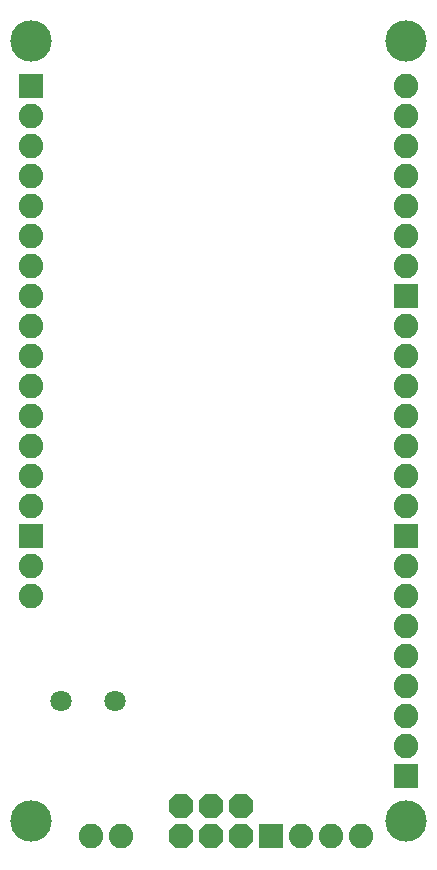
<source format=gbs>
G75*
G70*
%OFA0B0*%
%FSLAX24Y24*%
%IPPOS*%
%LPD*%
%AMOC8*
5,1,8,0,0,1.08239X$1,22.5*
%
%ADD10C,0.0710*%
%ADD11C,0.0820*%
%ADD12OC8,0.0820*%
%ADD13R,0.0820X0.0820*%
%ADD14C,0.1380*%
D10*
X002498Y006022D03*
X004298Y006022D03*
D11*
X004498Y001522D03*
X003498Y001522D03*
X001498Y009522D03*
X001498Y010522D03*
X001498Y012522D03*
X001498Y013522D03*
X001498Y014522D03*
X001498Y015522D03*
X001498Y016522D03*
X001498Y017522D03*
X001498Y018522D03*
X001498Y019522D03*
X001498Y020522D03*
X001498Y021522D03*
X001498Y022522D03*
X001498Y023522D03*
X001498Y024522D03*
X001498Y025522D03*
X013998Y025522D03*
X013998Y026522D03*
X013998Y024522D03*
X013998Y023522D03*
X013998Y022522D03*
X013998Y021522D03*
X013998Y020522D03*
X013998Y018522D03*
X013998Y017522D03*
X013998Y016522D03*
X013998Y015522D03*
X013998Y014522D03*
X013998Y013522D03*
X013998Y012522D03*
X013998Y010522D03*
X013998Y009522D03*
X013998Y008522D03*
X013998Y007522D03*
X013998Y006522D03*
X013998Y005522D03*
X013998Y004522D03*
X012498Y001522D03*
X011498Y001522D03*
X010498Y001522D03*
D12*
X008498Y001522D03*
X008498Y002522D03*
X007498Y002522D03*
X007498Y001522D03*
X006498Y001522D03*
X006498Y002522D03*
D13*
X009498Y001522D03*
X013998Y003522D03*
X013998Y011522D03*
X013998Y019522D03*
X001498Y026522D03*
X001498Y011522D03*
D14*
X001498Y002022D03*
X013998Y002022D03*
X013998Y028022D03*
X001498Y028022D03*
M02*

</source>
